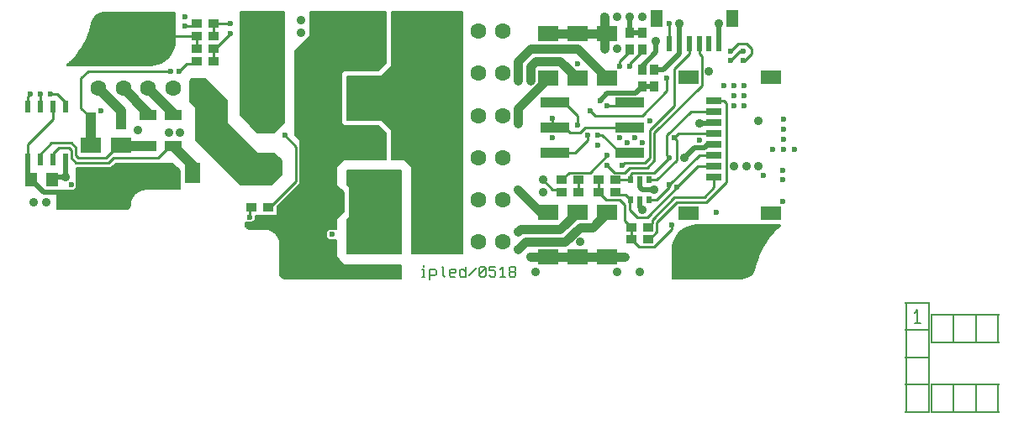
<source format=gtl>
G04 BAE OUTPUT*
%MOIN*%
%ADD10C,0.00500*%
%ADD11C,0.00787*%
%ADD12R,0.00787X0.05904*%
%ADD13R,0.00787X0.05906*%
%ADD14R,0.00787X0.06299*%
%ADD15R,0.00787X0.10236*%
%ADD16C,0.00984*%
%ADD17R,0.00984X0.09843*%
%ADD18R,0.00984X0.11811*%
%ADD19R,0.00984X0.27559*%
%ADD20R,0.00984X0.44291*%
%ADD21C,0.00985*%
%ADD22R,0.00985X0.09843*%
%ADD23R,0.00985X0.11811*%
%ADD24R,0.00985X0.27559*%
%ADD25R,0.00985X0.44291*%
%ADD26R,0.01102X0.05904*%
%ADD27R,0.01102X0.05906*%
%ADD28C,0.01181*%
%ADD29R,0.01181X0.06102*%
%ADD30R,0.01181X0.11811*%
%ADD31C,0.01575*%
%ADD32R,0.01575X0.02362*%
%ADD33R,0.01575X0.05906*%
%ADD34R,0.01575X0.18898*%
%ADD35R,0.01575X0.23228*%
%ADD36C,0.01576*%
%ADD37R,0.01576X0.02362*%
%ADD38R,0.01576X0.05904*%
%ADD39R,0.01576X0.18898*%
%ADD40R,0.01576X0.23228*%
%ADD41R,0.01693X0.06496*%
%ADD42R,0.01772X0.06693*%
%ADD43C,0.01969*%
%ADD44R,0.01969X0.02362*%
%ADD45R,0.02164X0.06496*%
%ADD46R,0.02165X0.06496*%
%ADD47R,0.02362X0.01575*%
%ADD48R,0.02362X0.01576*%
%ADD49R,0.02362X0.01969*%
%ADD50C,0.02362*%
%ADD51R,0.02362X0.02362*%
%ADD52R,0.02362X0.02755*%
%ADD53R,0.02362X0.02756*%
%ADD54R,0.02362X0.05118*%
%ADD55R,0.02362X0.06102*%
%ADD56R,0.02520X0.02520*%
%ADD57R,0.02755X0.02362*%
%ADD58R,0.02756X0.02362*%
%ADD59R,0.02953X0.03346*%
%ADD60R,0.02953X0.05709*%
%ADD61R,0.02953X0.06693*%
%ADD62R,0.03150X0.05904*%
%ADD63R,0.03150X0.05906*%
%ADD64R,0.03346X0.02953*%
%ADD65C,0.03543*%
%ADD66R,0.03543X0.04331*%
%ADD67R,0.03543X0.04724*%
%ADD68R,0.03543X0.04725*%
%ADD69R,0.03543X0.05904*%
%ADD70R,0.03543X0.05906*%
%ADD71R,0.03543X0.06299*%
%ADD72R,0.03740X0.06496*%
%ADD73C,0.03937*%
%ADD74R,0.03937X0.04134*%
%ADD75R,0.03937X0.06693*%
%ADD76R,0.03937X0.11811*%
%ADD77R,0.04134X0.03937*%
%ADD78R,0.04134X0.04921*%
%ADD79R,0.04134X0.05315*%
%ADD80R,0.04134X0.05316*%
%ADD81R,0.04134X0.08661*%
%ADD82R,0.04331X0.03543*%
%ADD83R,0.04331X0.06693*%
%ADD84R,0.04331X0.10236*%
%ADD85R,0.04528X0.04724*%
%ADD86R,0.04528X0.04725*%
%ADD87R,0.04528X0.07283*%
%ADD88R,0.04528X0.12402*%
%ADD89R,0.04724X0.03543*%
%ADD90R,0.04724X0.04528*%
%ADD91R,0.04724X0.05512*%
%ADD92R,0.04724X0.05906*%
%ADD93R,0.04724X0.07087*%
%ADD94R,0.04724X0.09252*%
%ADD95R,0.04725X0.03543*%
%ADD96R,0.04725X0.04528*%
%ADD97R,0.04725X0.05512*%
%ADD98R,0.04725X0.05904*%
%ADD99R,0.04725X0.07087*%
%ADD100R,0.04725X0.09252*%
%ADD101R,0.04921X0.04134*%
%ADD102R,0.04921X0.07283*%
%ADD103R,0.04921X0.10827*%
%ADD104R,0.05118X0.02362*%
%ADD105R,0.05315X0.04134*%
%ADD106R,0.05315X0.06102*%
%ADD107R,0.05315X0.06496*%
%ADD108R,0.05315X0.07677*%
%ADD109R,0.05316X0.04134*%
%ADD110R,0.05316X0.06102*%
%ADD111R,0.05316X0.06496*%
%ADD112R,0.05316X0.07677*%
%ADD113R,0.05512X0.04724*%
%ADD114R,0.05512X0.04725*%
%ADD115R,0.05709X0.02953*%
%ADD116R,0.05709X0.07874*%
%ADD117R,0.05709X0.07875*%
%ADD118R,0.05904X0.00787*%
%ADD119R,0.05904X0.01102*%
%ADD120R,0.05904X0.01576*%
%ADD121R,0.05904X0.03150*%
%ADD122R,0.05904X0.03543*%
%ADD123R,0.05904X0.04725*%
%ADD124R,0.05904X0.09449*%
%ADD125R,0.05906X0.00787*%
%ADD126R,0.05906X0.01102*%
%ADD127R,0.05906X0.01575*%
%ADD128R,0.05906X0.03150*%
%ADD129R,0.05906X0.03543*%
%ADD130R,0.05906X0.04724*%
%ADD131R,0.05906X0.09449*%
%ADD132R,0.06102X0.01181*%
%ADD133R,0.06102X0.02362*%
%ADD134R,0.06102X0.05315*%
%ADD135R,0.06102X0.05316*%
%ADD136R,0.06299X0.00787*%
%ADD137R,0.06299X0.03543*%
%ADD138C,0.06299*%
%ADD139R,0.06299X0.08268*%
%ADD140R,0.06299X0.08465*%
%ADD141R,0.06299X0.08466*%
%ADD142R,0.06299X0.13780*%
%ADD143R,0.06496X0.01693*%
%ADD144R,0.06496X0.02164*%
%ADD145R,0.06496X0.02165*%
%ADD146R,0.06496X0.03740*%
%ADD147R,0.06496X0.05315*%
%ADD148R,0.06496X0.05316*%
%ADD149R,0.06693X0.01772*%
%ADD150R,0.06693X0.02953*%
%ADD151R,0.06693X0.03937*%
%ADD152R,0.06693X0.04331*%
%ADD153R,0.06890X0.08858*%
%ADD154R,0.06890X0.14370*%
%ADD155R,0.07087X0.04724*%
%ADD156R,0.07087X0.04725*%
%ADD157C,0.07087*%
%ADD158R,0.07283X0.04528*%
%ADD159R,0.07283X0.04921*%
%ADD160R,0.07283X0.08661*%
%ADD161C,0.07480*%
%ADD162R,0.07677X0.05315*%
%ADD163R,0.07677X0.05316*%
%ADD164C,0.07677*%
%ADD165R,0.07874X0.05709*%
%ADD166R,0.07874X0.23622*%
%ADD167R,0.07875X0.05709*%
%ADD168R,0.07875X0.23622*%
%ADD169R,0.08268X0.06299*%
%ADD170C,0.08268*%
%ADD171R,0.08465X0.06299*%
%ADD172R,0.08465X0.24213*%
%ADD173R,0.08466X0.06299*%
%ADD174R,0.08466X0.24213*%
%ADD175R,0.08661X0.04134*%
%ADD176R,0.08661X0.07283*%
%ADD177R,0.08858X0.06890*%
%ADD178C,0.09054*%
%ADD179C,0.09055*%
%ADD180R,0.09252X0.04724*%
%ADD181R,0.09252X0.04725*%
%ADD182R,0.09449X0.05904*%
%ADD183R,0.09449X0.05906*%
%ADD184C,0.09449*%
%ADD185R,0.09843X0.00984*%
%ADD186R,0.09843X0.00985*%
%ADD187R,0.09843X0.12992*%
%ADD188R,0.10236X0.00787*%
%ADD189R,0.10236X0.04331*%
%ADD190R,0.10433X0.13583*%
%ADD191R,0.10827X0.04921*%
%ADD192R,0.11811X0.00984*%
%ADD193R,0.11811X0.00985*%
%ADD194R,0.11811X0.01181*%
%ADD195R,0.11811X0.03937*%
%ADD196R,0.12402X0.04528*%
%ADD197C,0.12598*%
%ADD198R,0.12992X0.09843*%
%ADD199R,0.13583X0.10433*%
%ADD200R,0.13780X0.06299*%
%ADD201R,0.14370X0.06890*%
%ADD202R,0.16142X0.18898*%
%ADD203R,0.16732X0.19488*%
%ADD204C,0.17717*%
%ADD205R,0.18898X0.01575*%
%ADD206R,0.18898X0.01576*%
%ADD207R,0.18898X0.16142*%
%ADD208R,0.19488X0.16732*%
%ADD209R,0.23228X0.01575*%
%ADD210R,0.23228X0.01576*%
%ADD211R,0.23622X0.07874*%
%ADD212R,0.23622X0.07875*%
%ADD213R,0.24213X0.08465*%
%ADD214R,0.24213X0.08466*%
%ADD215R,0.27559X0.00984*%
%ADD216R,0.27559X0.00985*%
%ADD217R,0.44291X0.00984*%
%ADD218R,0.44291X0.00985*%
%FSLAX34Y34*%
%MOMM*%
G01*
X0Y0D02*
G54D10*
X700635Y506865D02*
Y402763D01*
X717763Y385635*
X734737*
X744365Y395263*
Y506865*
X700635*
X639365Y347237D02*
X632237Y354365D01*
X575263*
X570263Y349365*
X535635*
Y329737*
X532763Y326865*
X515635*
Y308135*
X585000*
X585852Y308219*
X586670Y308467*
X587425Y308871*
X588087Y309413*
X588629Y310075*
X589033Y310830*
X589281Y311648*
X589365Y312500*
X589665Y315550*
X590555Y318483*
X592000Y321186*
X593944Y323556*
X596314Y325500*
X599017Y326945*
X601950Y327835*
X605000Y328135*
X639365*
Y347237*
X924365Y506865D02*
X853135D01*
Y452237*
X842763Y441865*
X808135*
Y398135*
X842763*
X853135Y387763*
Y358135*
X865263*
X873135Y350263*
Y263135*
X924365*
Y506865*
X808135Y332763D02*
X810635Y330263D01*
Y299737*
X808135Y297237*
Y263135*
X861865*
Y346865*
X808135*
Y332763*
X686865Y417237D02*
X664737Y439365D01*
X651513*
X649385Y437237*
Y416513*
X655635Y410263*
Y377763*
X700263Y333135*
X732237*
X741865Y342763*
Y357237*
X734737Y364365*
X717237*
X686865Y394737*
Y417237*
X770635Y482237D02*
X755635Y467237D01*
Y382763*
X760635Y377763*
Y333487*
X738135Y310987*
Y301865*
X715635*
Y297237*
X712763Y294365*
X705635*
Y292500*
X705719Y291648*
X705967Y290830*
X706371Y290075*
X706914Y289413*
X707575Y288871*
X708330Y288467*
X709148Y288219*
X710000Y288135*
X725000*
X728050Y287835*
X730983Y286945*
X733686Y285500*
X736056Y283556*
X738000Y281186*
X739445Y278483*
X740335Y275550*
X740635Y272500*
Y242500*
X740719Y241648*
X740967Y240830*
X741371Y240075*
X741913Y239413*
X742575Y238871*
X743330Y238467*
X744148Y238219*
X745000Y238135*
X861865*
Y251865*
X804737*
X796865Y259737*
Y276865*
X789737*
X786865Y279737*
Y285263*
X789737Y288135*
X796865*
Y297763*
X804365Y305263*
Y324737*
X796865Y332237*
Y350263*
X804737Y358135*
X846865*
Y384737*
X839737Y391865*
X804737*
X801865Y394737*
Y445263*
X804737Y448135*
X839737*
X846865Y455263*
Y506865*
X770635*
Y482237*
X1135635Y238600D02*
X1135642Y238528D01*
X1135663Y238459*
X1135697Y238396*
X1135743Y238340*
X1135798Y238294*
X1135862Y238260*
X1135931Y238239*
X1136003Y238232*
X1205000*
X1207783Y238507*
X1210460Y239318*
X1212927Y240637*
X1215089Y242411*
X1216863Y244573*
X1218182Y247040*
X1218928Y249405*
X1219876Y253215*
X1221015Y256973*
X1222342Y260669*
X1223853Y264293*
X1225544Y267836*
X1227413Y271290*
X1229452Y274645*
X1231658Y277894*
X1234025Y281027*
X1236547Y284036*
X1239217Y286915*
X1242029Y289656*
X1243769Y291220*
X1243818Y291273*
X1243856Y291334*
X1243882Y291401*
X1243894Y291472*
X1243891Y291544*
X1243875Y291615*
X1243846Y291680*
X1243804Y291739*
X1243751Y291788*
X1243690Y291827*
X1243623Y291852*
X1243552Y291864*
X1243527Y291865*
X1160000*
X1156090Y291549*
X1152281Y290610*
X1148673Y289072*
X1145358Y286975*
X1142422Y284372*
X1139943Y281333*
X1137983Y277935*
X1136593Y274266*
X1135811Y270422*
X1135635Y267500*
Y238600*
X526231Y453780D02*
X526182Y453727D01*
X526144Y453666*
X526118Y453599*
X526106Y453528*
X526109Y453456*
X526125Y453385*
X526154Y453320*
X526196Y453261*
X526249Y453212*
X526310Y453173*
X526377Y453148*
X526448Y453136*
X526473Y453135*
X610000*
X613910Y453451*
X617719Y454390*
X621327Y455928*
X624642Y458025*
X627578Y460628*
X630058Y463667*
X632017Y467065*
X633407Y470734*
X634189Y474578*
X634365Y477500*
Y506400*
X634358Y506472*
X634337Y506541*
X634303Y506604*
X634257Y506660*
X634202Y506706*
X634138Y506740*
X634069Y506761*
X633997Y506768*
X565000*
X562217Y506493*
X559540Y505682*
X557073Y504363*
X554911Y502589*
X553137Y500427*
X551818Y497960*
X551072Y495595*
X550124Y491785*
X548985Y488027*
X547659Y484331*
X546147Y480707*
X544456Y477164*
X542588Y473710*
X540548Y470355*
X538342Y467106*
X535975Y463973*
X533453Y460964*
X530783Y458085*
X527971Y455344*
X526231Y453780*
D02*
G54D11*
X1379167Y203333D02*
X1382500Y206667D01*
X1382500Y206667D02*
Y193333D01*
X1379167Y193333D02*
X1385833D01*
X701270Y506230D02*
Y403026D01*
X718026Y386270*
X734474*
X743730Y395526*
Y506230*
X701270*
X638730Y346974D02*
X631974Y353730D01*
X575526*
X570526Y348730*
X536270*
Y329474*
X533026Y326230*
X516270*
Y308770*
X585000*
X585728Y308842*
X586427Y309054*
X587072Y309399*
X587638Y309862*
X588101Y310428*
X588446Y311073*
X588658Y311772*
X588730Y312500*
X589043Y315674*
X589969Y318726*
X591472Y321539*
X593495Y324005*
X595961Y326028*
X598774Y327532*
X601826Y328457*
X605000Y328770*
X638730*
Y346974*
X923730Y506230D02*
X853770D01*
Y451974*
X843026Y441230*
X808770*
Y398770*
X843026*
X853770Y388026*
Y358770*
X865526*
X873770Y350526*
Y263770*
X923730*
Y506230*
X808770Y333026D02*
X811270Y330526D01*
Y299474*
X808770Y296974*
Y263770*
X861230*
Y346230*
X808770*
Y333026*
X686230Y416974D02*
X664474Y438730D01*
X651776*
X650020Y436974*
Y416776*
X656270Y410526*
Y378026*
X700526Y333770*
X731974*
X741230Y343026*
Y356974*
X734474Y363730*
X716974*
X686230Y394474*
Y416974*
X771270Y481974D02*
X756270Y466974D01*
Y383026*
X761270Y378026*
Y333224*
X738770Y310724*
Y301230*
X716270*
Y296974*
X713026Y293730*
X706270*
Y292500*
X706342Y291772*
X706554Y291073*
X706899Y290428*
X707363Y289863*
X707928Y289399*
X708573Y289054*
X709272Y288842*
X710000Y288770*
X725000*
X728174Y288457*
X731226Y287532*
X734039Y286028*
X736505Y284005*
X738528Y281539*
X740032Y278726*
X740957Y275674*
X741270Y272500*
Y242500*
X741342Y241772*
X741554Y241073*
X741899Y240428*
X742362Y239862*
X742928Y239399*
X743573Y239054*
X744272Y238842*
X745000Y238770*
X861230*
Y251230*
X804474*
X796230Y259474*
Y276230*
X789474*
X786230Y279474*
Y285526*
X789474Y288770*
X796230*
Y298026*
X803730Y305526*
Y324474*
X796230Y331974*
Y350526*
X804474Y358770*
X846230*
Y384474*
X839474Y391230*
X804474*
X801230Y394474*
Y445526*
X804474Y448770*
X839474*
X846230Y455526*
Y506230*
X771270*
Y481974*
X885000Y251250D02*
Y250000D01*
X883750Y247500D02*
X885000D01*
X885000Y247500D02*
Y240000D01*
X883750Y240000D02*
X886250D01*
X891250Y237500D02*
Y247500D01*
X891250Y247500D02*
X896250D01*
X896250Y247500D02*
X897500Y246250D01*
X897500Y246250D02*
Y242500D01*
X897500Y242500D02*
X896250Y241250D01*
X896250Y241250D02*
X891250D01*
X903750Y250000D02*
X905000Y248750D01*
X905000Y248750D02*
Y241250D01*
X905000Y241250D02*
X906250Y240000D01*
X916250Y240000D02*
X912500D01*
X912500Y240000D02*
X911250Y241250D01*
X911250Y241250D02*
Y246250D01*
X911250Y246250D02*
X912500Y247500D01*
X912500Y247500D02*
X916250D01*
X916250Y247500D02*
X917500Y246250D01*
X917500Y246250D02*
Y245000D01*
X917500Y245000D02*
X916250Y243750D01*
X916250Y243750D02*
X911250D01*
X927500Y250000D02*
Y240000D01*
X927500Y240000D02*
X922500D01*
X922500Y240000D02*
X921250Y241250D01*
X921250Y241250D02*
Y246250D01*
X921250Y246250D02*
X922500Y247500D01*
X922500Y247500D02*
X925000D01*
X925000Y247500D02*
X927500Y245000D01*
X931250Y241250D02*
X938750Y248750D01*
X946250Y250000D02*
X942500D01*
X942500Y250000D02*
X941250Y248750D01*
X941250Y248750D02*
Y241250D01*
X941250Y241250D02*
X942500Y240000D01*
X942500Y240000D02*
X946250D01*
X946250Y240000D02*
X947500Y241250D01*
X947500Y241250D02*
Y248750D01*
X947500Y248750D02*
X946250Y250000D01*
X947500Y248750D02*
X941250Y242500D01*
X957500Y250000D02*
X951250D01*
X951250Y250000D02*
Y246250D01*
X951250Y246250D02*
X956250D01*
X956250Y246250D02*
X957500Y245000D01*
X957500Y245000D02*
Y241250D01*
X957500Y241250D02*
X956250Y240000D01*
X956250Y240000D02*
X952500D01*
X952500Y240000D02*
X951250Y241250D01*
X962500Y247500D02*
X965000Y250000D01*
X965000Y250000D02*
Y240000D01*
X962500Y240000D02*
X967500D01*
X972500Y245000D02*
X971250Y246250D01*
X971250Y246250D02*
Y248750D01*
X971250Y248750D02*
X972500Y250000D01*
X972500Y250000D02*
X976250D01*
X976250Y250000D02*
X977500Y248750D01*
X977500Y248750D02*
Y246250D01*
X977500Y246250D02*
X976250Y245000D01*
X976250Y245000D02*
X972500D01*
X972500Y245000D02*
X971250Y243750D01*
X971250Y243750D02*
Y241250D01*
X971250Y241250D02*
X972500Y240000D01*
X972500Y240000D02*
X976250D01*
X976250Y240000D02*
X977500Y241250D01*
X977500Y241250D02*
Y243750D01*
X977500Y243750D02*
X976250Y245000D01*
X1136270Y238867D02*
X1205000D01*
X1207660Y239129*
X1210217Y239905*
X1212574Y241165*
X1214640Y242860*
X1216335Y244926*
X1217595Y247283*
X1218308Y249543*
X1219255Y253353*
X1220392Y257112*
X1221715Y260809*
X1223221Y264435*
X1224906Y267982*
X1226766Y271440*
X1228797Y274800*
X1230993Y278055*
X1233350Y281196*
X1235860Y284216*
X1238517Y287106*
X1241316Y289860*
X1242819Y291230*
X1160000*
X1156091Y290906*
X1152289Y289942*
X1148697Y288365*
X1145414Y286218*
X1142530Y283560*
X1140123Y280462*
X1138259Y277011*
X1136990Y273300*
X1136349Y269430*
X1136270Y267500*
Y238867*
X527181Y453770D02*
X610000D01*
X613909Y454094*
X617711Y455058*
X621303Y456635*
X624586Y458782*
X627470Y461440*
X629877Y464538*
X631741Y467989*
X633010Y471700*
X633651Y475570*
X633730Y477500*
Y506133*
X565000*
X562340Y505871*
X559783Y505095*
X557426Y503835*
X555360Y502140*
X553665Y500074*
X552405Y497717*
X551692Y495457*
X550745Y491647*
X549608Y487888*
X548285Y484191*
X546779Y480565*
X545094Y477018*
X543234Y473560*
X541203Y470200*
X539007Y466945*
X536651Y463804*
X534140Y460784*
X531483Y457894*
X528684Y455140*
X527181Y453770*
D02*
G54D18*
X1418750Y187500D03*
X1396250D03*
X1441250D03*
X1463750D03*
X1396250Y117500D03*
X1418750D03*
X1441250D03*
X1463750D03*
G54D20*
X1393750Y158750D03*
X1371250D03*
G54D21*
X1040000Y392500D02*
Y402500D01*
X1025000Y417500*
X1016000*
X1194250Y458250D02*
X1203500Y467500D01*
X1207500*
X1194250Y467500D02*
X1201750Y475000D01*
X1210000*
X1215000Y470000*
Y465000*
X1207500Y457500*
X1111000Y277500D02*
X1112500D01*
X1120000Y285000*
Y295000*
X1140000Y315000*
X1170000*
X1190000Y335000*
Y415000*
X1187500Y417500*
X1177500*
X1177500Y340500D02*
Y330000D01*
X1167500Y320000*
X1137500*
X1115000Y297500*
Y294000*
X1111000Y290000*
X1092500Y307500D02*
X1100000Y300000D01*
X1110000*
X1142500Y332500*
X1092500Y307500D02*
Y317000D01*
X1093000Y317500*
X1177500Y351500D02*
X1161500D01*
X1142500Y332500*
X1078500Y337500D02*
X1093000D01*
Y343000*
X1095000Y345000*
X1162500Y362500D02*
X1177500D01*
X1070000Y352500D02*
X1077500Y345000D01*
X1087500*
X1092500Y350000*
X1110000*
X1117500Y357500*
Y385000*
X1165000Y432500*
X1085000Y352500D02*
X1087500Y355000D01*
X1107500*
X1112500Y360000*
Y387500*
X1137500Y412500*
X1112000Y317500D02*
X1120000D01*
X1041000Y337500D02*
Y325000D01*
X1093000Y317500D02*
X1088000Y322500D01*
X1081000*
X1078500Y325000*
X1005000Y337500D02*
X1015000Y327500D01*
X1021500*
X1024000Y325000*
X1112000Y337500D02*
X1120000D01*
X1140000Y357500*
Y377500*
X1137500Y380000*
X1120000Y317500D02*
X1132500Y330000D01*
Y332500*
X1162500Y362500*
X1095000Y345000D02*
X1117500D01*
X1132500Y360000*
X1177500Y384500D02*
X1142000D01*
X1137500Y380000*
X1137500Y412500D02*
Y450000D01*
X1152500Y465000*
Y475000*
X1165000Y432500D02*
Y462500D01*
X1162500Y465000*
Y475000*
X1092500Y364600D02*
X1082900D01*
X1065000Y382500*
X1060000*
X1017500Y364600D02*
X1037100D01*
X1050000Y377500*
Y382500*
X511350Y411500D02*
Y398850D01*
X485950Y373450*
Y358500*
X1017500Y390000D02*
X1027500D01*
X1032500Y385000*
X1042500*
X1047500Y390000*
X1092500*
X1017500Y390000D02*
X1015000Y392500D01*
Y400000*
X1061500Y337500D02*
Y325000D01*
X1069000Y317500*
X1082500*
X1087500Y312500*
Y296500*
X1094000Y290000*
Y277500*
X1101500Y270000*
X1117500*
X1135000Y287500*
Y292500*
X1092500Y415400D02*
X1089600Y412500D01*
X1070000*
X510000Y375000D02*
X498650Y363650D01*
Y358500*
X517500Y370000D02*
X511350Y363850D01*
Y358500*
X510000Y375000D02*
X530000D01*
X535000Y370000*
Y362500*
X537500Y360000*
X565000*
X577000Y372000*
X580500*
X517500Y370000D02*
X527500D01*
X530000Y367500*
Y360000*
X535000Y355000*
X535000Y355000D02*
X567500D01*
X572500Y360000*
X617500*
X629500Y372000*
X632500*
X1177500Y406500D02*
X1154000D01*
X1130000Y382500*
Y362500*
X1132500Y360000*
X1130000Y440000D02*
Y427500D01*
X1105000Y402500*
X1057500*
X1052500Y407500*
X1092500Y452500D02*
Y455000D01*
X1105000Y467500*
Y469000*
X1082500Y452500D02*
Y457500D01*
X1092500Y467500*
Y469000*
X1132500Y495000D02*
Y475000D01*
X1070000Y362500D02*
X1052500Y345000D01*
X1031500*
X1024000Y337500*
X498650Y411500D02*
Y424000D01*
X524050Y411500D02*
Y415950D01*
X516000Y424000*
X509050*
X488450Y424000D02*
X485950Y421500D01*
Y411500*
X756250Y371250D02*
X745000Y382500D01*
X728500Y310000D02*
X730000D01*
X756250Y336250*
Y371250*
X711500Y310000D02*
X710000Y308500D01*
Y300000*
X673500Y470000D02*
X675000D01*
X690000Y485000*
X673500Y495000D02*
X690000D01*
X673500Y495000D02*
Y482500D01*
X656500Y482500D02*
X604750D01*
X599750Y487500*
X656500Y482500D02*
Y470000D01*
X673500Y457500D02*
Y470000D01*
X656500Y495000D02*
X654000Y492500D01*
X645000*
X549500Y397500D02*
Y400500D01*
X540000Y410000*
Y440000*
X547500Y447500*
X615000*
X630000Y447500D02*
X615000D01*
X638750Y447500D02*
X646250Y455000D01*
X654000*
X656500Y457500*
D02*
G54D28*
X702270Y505230D02*
Y403440D01*
X718440Y387270*
X734060*
X742730Y395940*
Y505230*
X702270*
X637730Y346560D02*
X631560Y352730D01*
X575940*
X570940Y347730*
X537270*
Y329060*
X533440Y325230*
X517270*
Y309770*
X585000*
X585533Y309822*
X586045Y309978*
X586517Y310230*
X586930Y310570*
X587270Y310983*
X587522Y311455*
X587678Y311967*
X587730Y312500*
X588062Y315869*
X589045Y319109*
X590641Y322095*
X592788Y324712*
X595405Y326859*
X598391Y328455*
X601631Y329438*
X605000Y329770*
X637730*
Y346560*
X922730Y505230D02*
X854770D01*
Y451560*
X843440Y440230*
X809770*
Y399770*
X843440*
X854770Y388440*
Y359770*
X865940*
X874770Y350940*
Y264770*
X922730*
Y505230*
X809770Y333440D02*
X812270Y330940D01*
Y299060*
X809770Y296560*
Y264770*
X860230*
Y345230*
X809770*
Y333440*
X685230Y416560D02*
X664060Y437730D01*
X652190*
X651020Y436560*
Y417190*
X657270Y410940*
Y378440*
X700940Y334770*
X731560*
X740230Y343440*
Y356560*
X734060Y362730*
X716560*
X685230Y394060*
Y416560*
X772270Y481560D02*
X757270Y466560D01*
Y383440*
X762270Y378440*
Y332810*
X739770Y310310*
Y300230*
X717270*
Y296560*
X713440Y292730*
X707270*
Y292500*
X707323Y291967*
X707478Y291455*
X707730Y290983*
X708070Y290570*
X708483Y290230*
X708955Y289978*
X709467Y289822*
X710000Y289770*
X725000*
X728369Y289438*
X731609Y288455*
X734595Y286859*
X737212Y284712*
X739359Y282095*
X740955Y279109*
X741938Y275869*
X742270Y272500*
Y242500*
X742322Y241967*
X742478Y241455*
X742730Y240983*
X743070Y240570*
X743483Y240230*
X743955Y239978*
X744467Y239822*
X745000Y239770*
X860230*
Y250230*
X804060*
X795230Y259060*
Y275230*
X789060*
X785230Y279060*
Y285940*
X789060Y289770*
X795230*
Y298440*
X802730Y305940*
Y324060*
X795230Y331560*
Y350940*
X804060Y359770*
X845230*
Y384060*
X839060Y390230*
X804060*
X800230Y394060*
Y445940*
X804060Y449770*
X839060*
X845230Y455940*
Y505230*
X772270*
Y481560*
X707273Y292378D02*
Y292730D01*
X709368Y289844D02*
Y292730D01*
X711463Y289770D02*
Y292730D01*
X713559Y289770D02*
Y292848D01*
X715654Y289770D02*
Y294943D01*
X717749Y289770D02*
Y300230D01*
X719844Y289770D02*
Y300230D01*
X721940Y289770D02*
Y300230D01*
X724035Y289770D02*
Y300230D01*
X726130Y289733D02*
Y300230D01*
X728225Y289466D02*
Y300230D01*
X730321Y288930D02*
Y300230D01*
X732416Y288097D02*
Y300230D01*
X734511Y286915D02*
Y300230D01*
X736606Y285288D02*
Y300230D01*
X738702Y283013D02*
Y300230D01*
X740797Y279479D02*
Y311337D01*
X742892Y240765D02*
Y313432D01*
X744988Y239770D02*
Y315527D01*
X747083Y239770D02*
Y317623D01*
X749178Y239770D02*
Y319718D01*
X751273Y239770D02*
Y321813D01*
X753369Y239770D02*
Y323908D01*
X755464Y239770D02*
Y326004D01*
X757559Y239770D02*
Y328099D01*
X757559Y383151D02*
Y466849D01*
X759654Y239770D02*
Y330194D01*
X759654Y381056D02*
Y468944D01*
X761750Y239770D02*
Y332289D01*
X761750Y378961D02*
Y471039D01*
X763845Y239770D02*
Y473135D01*
X765940Y239770D02*
Y475230D01*
X768036Y239770D02*
Y477325D01*
X770131Y239770D02*
Y479420D01*
X772226Y239770D02*
Y481516D01*
X774321Y239770D02*
Y505230D01*
X776417Y239770D02*
Y505230D01*
X778512Y239770D02*
Y505230D01*
X780607Y239770D02*
Y505230D01*
X782702Y239770D02*
Y505230D01*
X784798Y239770D02*
Y505230D01*
X786893Y239770D02*
Y277397D01*
X786893Y287603D02*
Y505230D01*
X788988Y239770D02*
Y275302D01*
X788988Y289698D02*
Y505230D01*
X791083Y239770D02*
Y275230D01*
X791083Y289770D02*
Y505230D01*
X793179Y239770D02*
Y275230D01*
X793179Y289770D02*
Y505230D01*
X795274Y239770D02*
Y259016D01*
X795274Y298484D02*
Y331516D01*
X795274Y350984D02*
Y505230D01*
X797369Y239770D02*
Y256920D01*
X797369Y300580D02*
Y329420D01*
X797369Y353080D02*
Y505230D01*
X799465Y239770D02*
Y254825D01*
X799465Y302675D02*
Y327325D01*
X799465Y355175D02*
Y505230D01*
X801560Y239770D02*
Y252730D01*
X801560Y304770D02*
Y325230D01*
X801560Y357270D02*
Y392730D01*
X801560Y447270D02*
Y505230D01*
X803655Y239770D02*
Y250635D01*
X803655Y359365D02*
Y390635D01*
X803655Y449365D02*
Y505230D01*
X805750Y239770D02*
Y250230D01*
X805750Y359770D02*
Y390230D01*
X805750Y449770D02*
Y505230D01*
X807846Y239770D02*
Y250230D01*
X807846Y359770D02*
Y390230D01*
X807846Y449770D02*
Y505230D01*
X809941Y239770D02*
Y250230D01*
X809941Y359770D02*
Y390230D01*
X809941Y449770D02*
Y505230D01*
X812036Y239770D02*
Y250230D01*
X812036Y359770D02*
Y390230D01*
X812036Y449770D02*
Y505230D01*
X814131Y239770D02*
Y250230D01*
X814131Y359770D02*
Y390230D01*
X814131Y449770D02*
Y505230D01*
X816227Y239770D02*
Y250230D01*
X816227Y359770D02*
Y390230D01*
X816227Y449770D02*
Y505230D01*
X818322Y239770D02*
Y250230D01*
X818322Y359770D02*
Y390230D01*
X818322Y449770D02*
Y505230D01*
X820417Y239770D02*
Y250230D01*
X820417Y359770D02*
Y390230D01*
X820417Y449770D02*
Y505230D01*
X822513Y239770D02*
Y250230D01*
X822513Y359770D02*
Y390230D01*
X822513Y449770D02*
Y505230D01*
X824608Y239770D02*
Y250230D01*
X824608Y359770D02*
Y390230D01*
X824608Y449770D02*
Y505230D01*
X826703Y239770D02*
Y250230D01*
X826703Y359770D02*
Y390230D01*
X826703Y449770D02*
Y505230D01*
X828798Y239770D02*
Y250230D01*
X828798Y359770D02*
Y390230D01*
X828798Y449770D02*
Y505230D01*
X830894Y239770D02*
Y250230D01*
X830894Y359770D02*
Y390230D01*
X830894Y449770D02*
Y505230D01*
X832989Y239770D02*
Y250230D01*
X832989Y359770D02*
Y390230D01*
X832989Y449770D02*
Y505230D01*
X835084Y239770D02*
Y250230D01*
X835084Y359770D02*
Y390230D01*
X835084Y449770D02*
Y505230D01*
X837179Y239770D02*
Y250230D01*
X837179Y359770D02*
Y390230D01*
X837179Y449770D02*
Y505230D01*
X839275Y239770D02*
Y250230D01*
X839275Y359770D02*
Y390015D01*
X839275Y449985D02*
Y505230D01*
X841370Y239770D02*
Y250230D01*
X841370Y359770D02*
Y387920D01*
X841370Y452080D02*
Y505230D01*
X843465Y239770D02*
Y250230D01*
X843465Y359770D02*
Y385825D01*
X843465Y454175D02*
Y505230D01*
X845560Y239770D02*
Y250230D01*
X847656Y239770D02*
Y250230D01*
X849751Y239770D02*
Y250230D01*
X851846Y239770D02*
Y250230D01*
X853942Y239770D02*
Y250230D01*
X856037Y239770D02*
Y250230D01*
X858132Y239770D02*
Y250230D01*
X860227Y239770D02*
Y250230D01*
X1137270Y239867D02*
X1205000D01*
X1207464Y240110*
X1209834Y240829*
X1212018Y241996*
X1213933Y243567*
X1215504Y245482*
X1216671Y247666*
X1217332Y249760*
X1218278Y253570*
X1219411Y257330*
X1220728Y261029*
X1222226Y264659*
X1223901Y268210*
X1225750Y271674*
X1227767Y275043*
X1229948Y278309*
X1232287Y281462*
X1234779Y284497*
X1237418Y287405*
X1240251Y290230*
X1160000*
X1156093Y289892*
X1152301Y288887*
X1148739Y287245*
X1145513Y285015*
X1142718Y282264*
X1140437Y279073*
X1138739Y275538*
X1137673Y271763*
X1137273Y267861*
X1137270Y267500*
Y239867*
X529749Y454770D02*
X610000D01*
X613908Y455108*
X617699Y456113*
X621261Y457755*
X624487Y459985*
X627283Y462736*
X629563Y465927*
X631262Y469462*
X632327Y473237*
X632727Y477139*
X632730Y477500*
Y505133*
X565000*
X562535Y504890*
X560166Y504171*
X557982Y503004*
X556067Y501433*
X554496Y499518*
X553329Y497334*
X552668Y495240*
X551722Y491429*
X550589Y487670*
X549272Y483971*
X547774Y480341*
X546099Y476790*
X544250Y473326*
X542233Y469957*
X540052Y466691*
X537713Y463538*
X535221Y460503*
X532582Y457595*
X529749Y454770*
D02*
G54D43*
X1117500Y327500D02*
X1105000D01*
X1102500Y330000*
Y337500*
X1105000Y307500D02*
X1102500Y310000D01*
Y317500*
X1177500Y373500D02*
X1171000D01*
X1167500Y370000*
X1157500*
X1147500Y360000*
X1177500Y395500D02*
X1177000Y395000D01*
X1162500*
X485950Y358500D02*
Y341050D01*
X489500Y337500*
X524050Y358500D02*
Y340000D01*
X513000*
X510500Y337500*
X489500Y337500D02*
X502000Y325000D01*
X515000*
X1105000Y486000D02*
X1092500D01*
Y502500*
X1117500Y431500D02*
X1105000D01*
X1098500Y425000*
X1070000*
X1062500Y417500*
X1142500Y495000D02*
Y465000D01*
X1126000Y448500*
X1117500*
X1105000Y448500D02*
Y452500D01*
X1118750Y466250*
Y477500*
X1182500Y475000D02*
Y495000D01*
D02*
G54D50*
X703770Y503730D02*
Y404061D01*
X719062Y388770*
X733438*
X741230Y396562*
Y503730*
X703770*
X636230Y345938D02*
X630938Y351230D01*
X576562*
X571562Y346230*
X538770*
Y328438*
X534062Y323730*
X518770*
Y311270*
X585000*
X585240Y311294*
X585471Y311364*
X585683Y311477*
X585870Y311630*
X586023Y311817*
X586136Y312029*
X586206Y312260*
X586230Y312500*
X586591Y316162*
X587659Y319683*
X589393Y322928*
X591728Y325772*
X594572Y328107*
X597817Y329841*
X601338Y330909*
X605000Y331270*
X636230*
Y345938*
X921230Y503730D02*
X856270D01*
Y450938*
X844062Y438730*
X811270*
Y401270*
X844062*
X856270Y389062*
Y361270*
X866562*
X876270Y351562*
Y266270*
X921230*
Y503730*
X811270Y334062D02*
X813770Y331562D01*
Y298438*
X811270Y295938*
Y266270*
X858730*
Y343730*
X811270*
Y334062*
X683730Y415938D02*
X663438Y436230D01*
X652812*
X652520Y435938*
Y417812*
X658770Y411562*
Y379062*
X701562Y336270*
X730938*
X738730Y344062*
Y355938*
X733438Y361230*
X715938*
X683730Y393438*
Y415938*
X652523Y417809D02*
Y435941D01*
X656628Y413704D02*
Y436230D01*
X660733Y377099D02*
Y436230D01*
X664838Y372994D02*
Y434831D01*
X668943Y368889D02*
Y430726D01*
X673048Y364784D02*
Y426621D01*
X677153Y360679D02*
Y422516D01*
X681258Y356574D02*
Y418411D01*
X685363Y352469D02*
Y391806D01*
X689468Y348364D02*
Y387701D01*
X693573Y344259D02*
Y383596D01*
X697678Y340154D02*
Y379491D01*
X701782Y336270D02*
Y375386D01*
X705887Y336270D02*
Y371281D01*
X709992Y336270D02*
Y367176D01*
X714097Y336270D02*
Y363071D01*
X718202Y336270D02*
Y361230D01*
X722307Y336270D02*
Y361230D01*
X726412Y336270D02*
Y361230D01*
X730517Y336270D02*
Y361230D01*
X734622Y339954D02*
Y360046D01*
X738727Y344059D02*
Y355941D01*
X1138770Y241367D02*
X1205000D01*
X1207172Y241581*
X1209260Y242215*
X1211185Y243244*
X1212872Y244628*
X1214256Y246315*
X1215285Y248240*
X1215868Y250085*
X1216812Y253896*
X1217940Y257657*
X1219248Y261360*
X1220735Y264994*
X1222395Y268552*
X1224226Y272026*
X1226223Y275407*
X1228382Y278687*
X1230697Y281859*
X1233162Y284914*
X1235773Y287847*
X1236610Y288730*
X1160000*
X1156095Y288368*
X1152324Y287294*
X1148814Y285544*
X1145687Y283179*
X1143047Y280279*
X1140986Y276943*
X1139573Y273285*
X1138858Y269429*
X1138770Y267500*
Y241367*
X533390Y456270D02*
X610000D01*
X613905Y456632*
X617676Y457706*
X621186Y459456*
X624314Y461821*
X626953Y464721*
X629014Y468057*
X630427Y471715*
X631142Y475571*
X631230Y477500*
Y503633*
X565000*
X562828Y503419*
X560740Y502785*
X558815Y501756*
X557128Y500372*
X555744Y498685*
X554715Y496760*
X554132Y494915*
X553188Y491104*
X552060Y487342*
X550752Y483640*
X549265Y480006*
X547605Y476448*
X545774Y472974*
X543776Y469593*
X541618Y466313*
X539303Y463141*
X536838Y460085*
X534227Y457152*
X533390Y456270*
D02*
X1040000Y392500D03*
X1247500Y368750D03*
Y398750D03*
Y388750D03*
X1246250Y347500D03*
Y337500D03*
X1207250Y457750D03*
X1194250Y458250D03*
Y467500D03*
X1015000Y380000D03*
X1207250Y467500D03*
X1132500Y360000D03*
X1140000Y330000D03*
X1137500Y380000D03*
X1070000Y352500D03*
X1085000D03*
X1132500Y332500D03*
X1092500Y452500D03*
X1070000Y362500D03*
X1015000Y400000D03*
X1082500Y452500D03*
X765000Y247500D03*
X755000D03*
X580000Y343750D03*
X555000D03*
X567500D03*
X1050000Y382500D03*
X1060000D03*
X530000Y332500D03*
X1162500Y377500D03*
X1112500Y397500D03*
X1180000Y305000D03*
X1135000Y292500D03*
X1070000Y412500D03*
X1187500Y432500D03*
X1207500D03*
X1197500D03*
X1207500Y422500D03*
Y412500D03*
X1197500D03*
Y422500D03*
X801250Y322500D03*
Y307500D03*
X796250Y315000D03*
X743750Y307500D03*
X786250Y315000D03*
X791250Y322500D03*
Y307500D03*
X1247500Y378750D03*
X1258750Y368750D03*
X1236250D03*
X1246250Y316250D03*
X1227500Y342500D03*
Y305000D03*
X1237500D03*
X560000Y407500D03*
X760000Y315000D03*
X755000Y322500D03*
Y307500D03*
X750000Y315000D03*
X635000Y343750D03*
X592500D03*
X622500D03*
X792500Y282500D03*
X690000Y495000D03*
Y485000D03*
X1052500Y407500D03*
X1130000Y440000D03*
X1062500Y417500D03*
X1132500Y495000D03*
X1040000Y455000D03*
X1060000Y372500D03*
X745000Y382500D03*
X760000Y430000D03*
X1082500Y380000D03*
X498650Y424000D03*
X1097500Y380000D03*
X509050Y424000D03*
X488450D03*
X1105000Y375000D03*
X1090000D03*
X710000Y300000D03*
X645000Y492500D03*
Y502500D03*
X638750Y447500D03*
X630000D03*
G54D53*
X1112000Y337500D03*
X1102500D03*
X1093000D03*
Y317500D03*
X1102500D03*
X1112000D03*
G54D54*
X524050Y411500D03*
X511350D03*
X498650D03*
X485950D03*
Y358500D03*
X498650D03*
X511350D03*
X524050D03*
G54D55*
X1132500Y475000D03*
X1142500D03*
X1152500D03*
X1162500D03*
X1172500D03*
X1182500D03*
G54D65*
X817500Y281250D03*
X832500D03*
X825000Y268750D03*
X840000D03*
X847500Y281250D03*
X855000Y268750D03*
X840000Y293750D03*
X855000D03*
X837500Y465000D03*
Y452500D03*
Y387500D03*
Y375000D03*
Y362500D03*
Y477500D03*
Y490000D03*
Y502500D03*
X980000Y327500D03*
Y285000D03*
Y267500D03*
X997500Y245000D03*
X1222500Y397500D03*
X980000Y395000D03*
X1005000Y337500D03*
X738500Y499050D03*
Y486350D03*
Y473650D03*
X1117500Y327500D03*
X1105000Y307500D03*
X1172500Y447500D03*
X980000Y395000D02*
Y410000D01*
X1010000Y440000*
X980000Y267500D02*
X987500Y275000D01*
X1027500*
X1042500Y290000*
X1055000*
X1070000Y305000*
X980000Y327500D02*
X1002500Y305000D01*
X1010000*
D02*
X1162500Y395000D03*
X992500Y437500D03*
X980000D03*
X980000Y437500D02*
Y457500D01*
X992500Y470000*
X1040000*
X1070000Y440000*
X980000Y285000D02*
X982500Y287500D01*
X1022500*
X1040000Y305000*
D02*
X1102500Y245000D03*
X1147500Y360000D03*
X1080000Y245000D03*
Y502500D03*
X1105000D03*
X1080000Y470000D03*
X1067500Y502500D03*
Y470000D03*
X761500Y486350D03*
X992500Y437500D02*
Y452500D01*
X997500Y457500*
X1022500*
X1040000Y440000*
X1070000Y485000D02*
X1040000D01*
X1010000Y485000D02*
X1040000D01*
X1070000Y485000D02*
X1067500Y487500D01*
Y502500*
X1070000Y485000D02*
X1067500Y482500D01*
Y470000*
D02*
X597500Y387500D03*
X628750Y385000D03*
X992500Y260000D03*
X1087500Y260000D02*
X992500D01*
D02*
X1087500D03*
X1197500Y351250D03*
X1210000D03*
X1222500D03*
X640000Y385000D03*
X761500Y499050D03*
X505000Y315000D03*
X1042500Y275000D03*
X1005000Y325000D03*
X1182500Y495000D03*
X1092500Y502500D03*
X1142500Y495000D03*
X1118750Y477500D03*
X524050Y340000D03*
X492500Y315000D03*
G54D66*
X1105000Y448500D03*
Y431500D03*
Y486000D03*
Y469000D03*
X1092500Y486000D03*
Y469000D03*
X1117500Y448500D03*
Y431500D03*
G54D73*
X706770Y500730D02*
Y405304D01*
X720304Y391770*
X732196*
X738230Y397804*
Y500730*
X706770*
X633230Y344696D02*
X629696Y348230D01*
X577804*
X572804Y343230*
X541770*
Y327196*
X535304Y320730*
X521770*
Y314270*
X583302*
X583972Y318134*
X585324Y321815*
X587314Y325194*
X589879Y328161*
X592934Y330620*
X596380Y332491*
X600107Y333713*
X603992Y334247*
X605000Y334270*
X633230*
Y344696*
X521770Y316286D02*
X583562D01*
X537248Y322674D02*
X585754D01*
X541770Y329062D02*
X590871D01*
X541770Y335451D02*
X633230D01*
X541770Y341839D02*
X633230D01*
X577802Y348227D02*
X629698D01*
X918230Y500730D02*
X859270D01*
Y449696*
X845304Y435730*
X814270*
Y404270*
X845304*
X859270Y390304*
Y364270*
X867804*
X879270Y352804*
Y269270*
X918230*
Y500730*
X814270Y335304D02*
X816770Y332804D01*
Y297196*
X814270Y294696*
Y269270*
X855730*
Y340730*
X814270*
Y335304*
X814273Y269270D02*
Y294698D01*
X814273Y335302D02*
Y340730D01*
X821182Y269270D02*
Y340730D01*
X828091Y269270D02*
Y340730D01*
X835000Y269270D02*
Y340730D01*
X841909Y269270D02*
Y340730D01*
X848818Y269270D02*
Y340730D01*
X855727Y269270D02*
Y340730D01*
X1141770Y244367D02*
X1205000D01*
X1206587Y244524*
X1208112Y244986*
X1209518Y245738*
X1210751Y246749*
X1211762Y247982*
X1212514Y249388*
X1212939Y250736*
X1213880Y254548*
X1214998Y258312*
X1216291Y262020*
X1217755Y265663*
X1219388Y269234*
X1221186Y272725*
X1223145Y276128*
X1225261Y279436*
X1227529Y282641*
X1229938Y285730*
X1160000*
X1156444Y285380*
X1153024Y284342*
X1149872Y282658*
X1147109Y280391*
X1144842Y277628*
X1143158Y274476*
X1142120Y271057*
X1141770Y267500*
Y244367*
X540062Y459270D02*
X610000D01*
X613557Y459620*
X616976Y460658*
X620128Y462342*
X622891Y464609*
X625158Y467372*
X626842Y470524*
X627880Y473943*
X628230Y477500*
Y500633*
X565000*
X563413Y500476*
X561888Y500014*
X560482Y499262*
X559249Y498251*
X558238Y497018*
X557486Y495612*
X557061Y494264*
X556120Y490452*
X555002Y486688*
X553709Y482980*
X552245Y479337*
X550612Y475766*
X548814Y472275*
X546855Y468872*
X544739Y465564*
X542471Y462359*
X540062Y459270*
X632500Y372000D02*
X652500Y352000D01*
Y345000*
X607500Y403000D02*
Y405000D01*
X582500Y430000*
X632500Y403000D02*
Y405000D01*
X607500Y430000*
X557500Y430000D02*
X580500Y407000D01*
Y397500*
X607500Y372000D02*
X580500D01*
X580000Y372500*
X550000Y375000D02*
X549500Y375500D01*
Y397500*
D02*
G54D82*
X1024000Y325000D03*
X1041000D03*
X1024000Y337500D03*
X1041000D03*
X1111000Y290000D03*
X1094000D03*
X1111000Y277500D03*
X1094000D03*
X1078500Y325000D03*
X1061500D03*
X1078500Y337500D03*
X1061500D03*
X728500Y310000D03*
X711500D03*
X673500Y495000D03*
X656500D03*
Y482500D03*
X673500D03*
Y457500D03*
X656500D03*
Y470000D03*
X673500D03*
G54D83*
X580500Y397500D03*
X549500D03*
G54D91*
X489500Y337500D03*
X510500D03*
G54D93*
X1119500Y500250D03*
X1195500D03*
G54D128*
X1177494Y340500D03*
Y351500D03*
Y362500D03*
Y373500D03*
Y384500D03*
Y395500D03*
Y406500D03*
Y417500D03*
G54D138*
X657500Y430000D03*
X632500D03*
X607500D03*
X582500D03*
X557500D03*
X915000Y487500D03*
X940000D03*
X965000D03*
X915000Y445000D03*
X940000D03*
X965000D03*
X915000Y402500D03*
X940000D03*
X965000D03*
X915000Y360000D03*
X940000D03*
X965000D03*
X915000Y317500D03*
X940000D03*
X965000D03*
X915000Y275000D03*
X940000D03*
X965000D03*
G54D139*
X607500Y345000D03*
X652500D03*
G54D152*
X607500Y372000D03*
Y403000D03*
X632500Y372000D03*
Y403000D03*
G54D157*
X722500Y347100D03*
Y397900D03*
X711770Y495730D02*
Y407375D01*
X722375Y396770*
X730125*
X733230Y399875*
Y495730*
X711770*
X711773Y407373D02*
Y495730D01*
X722500Y396770D02*
Y495730D01*
X733227Y399873D02*
Y495730D01*
X913230Y495730D02*
X864270D01*
Y447625*
X847375Y430730*
X819270*
Y409270*
X847375*
X864270Y392375*
Y369270*
X869875*
X884270Y354875*
Y274270*
X913230*
Y495730*
X1146770Y249367D02*
X1205000D01*
X1205611Y249428*
X1206199Y249606*
X1206740Y249895*
X1207215Y250285*
X1207605Y250760*
X1207894Y251301*
X1208058Y251820*
X1208994Y255634*
X1210097Y259402*
X1211366Y263119*
X1212797Y266775*
X1214387Y270365*
X1216135Y273882*
X1218035Y277318*
X1220126Y280730*
X1160000*
X1157419Y280476*
X1154937Y279723*
X1152650Y278500*
X1150645Y276855*
X1149000Y274850*
X1147777Y272563*
X1147024Y270081*
X1146770Y267500*
Y249367*
X549874Y464270D02*
X610000D01*
X612581Y464524*
X615063Y465277*
X617350Y466500*
X619355Y468145*
X621000Y470150*
X622223Y472437*
X622976Y474919*
X623230Y477500*
Y495633*
X565000*
X564389Y495572*
X563801Y495394*
X563260Y495105*
X562785Y494715*
X562395Y494240*
X562106Y493699*
X561942Y493180*
X561006Y489366*
X559903Y485598*
X558634Y481881*
X557203Y478225*
X555613Y474635*
X553865Y471118*
X551965Y467682*
X549874Y464270*
D02*
G54D165*
X1151500Y303750D03*
Y441250D03*
X1234600Y303750D03*
X1234500Y441250D03*
G54D169*
X1040000Y485000D03*
Y440000D03*
X1070000Y485000D03*
Y440000D03*
X1010000Y485000D03*
Y440000D03*
Y260000D03*
Y305000D03*
X1040000Y260000D03*
Y305000D03*
X1070000Y260000D03*
Y305000D03*
X580000Y327500D03*
Y372500D03*
X550000Y327500D03*
Y372500D03*
G54D185*
X1382500Y213750D03*
Y186250D03*
Y158750D03*
Y131250D03*
Y103750D03*
G54D187*
X784500Y457500D03*
X715500D03*
G54D195*
X1092500Y364600D03*
X1017500Y415400D03*
X1092500D03*
X1017500Y364600D03*
X1092500Y390000D03*
X1017500D03*
G54D197*
X599750Y487500D03*
X1169750Y257500D03*
X904230Y486730D02*
X873270D01*
Y443897*
X851103Y421730*
X828270*
Y418270*
X851103*
X873270Y396103*
Y378270*
X873603*
X893270Y358603*
Y283270*
X904230*
Y486730*
X828273Y418270D02*
Y421730D01*
X847261Y418270D02*
Y421730D01*
X866250Y403123D02*
Y436877D01*
X885239Y366635D02*
Y486730D01*
X904227Y283270D02*
Y486730D01*
X1155770Y258367D02*
X1200410D01*
X1201522Y262134*
X1202783Y265852*
X1204192Y269517*
X1205126Y271730*
X1160000*
X1159175Y271649*
X1158381Y271408*
X1157650Y271017*
X1157009Y270491*
X1156483Y269850*
X1156092Y269119*
X1155851Y268325*
X1155770Y267500*
Y258367*
X1155770Y265187D02*
X1202545D01*
X564874Y473270D02*
X610000D01*
X610825Y473351*
X611619Y473592*
X612350Y473983*
X612991Y474509*
X613517Y475150*
X613908Y475881*
X614149Y476675*
X614230Y477500*
Y486633*
X569590*
X568478Y482866*
X567217Y479148*
X565808Y475483*
X564874Y473270*
X567455Y479813D02*
X614230D01*
D02*
G54D207*
X835000Y325000D03*
Y420000D03*
G54D215*
X1430000Y201250D03*
Y173750D03*
Y131250D03*
Y103750D03*
X0Y0D02*
M02*
*

</source>
